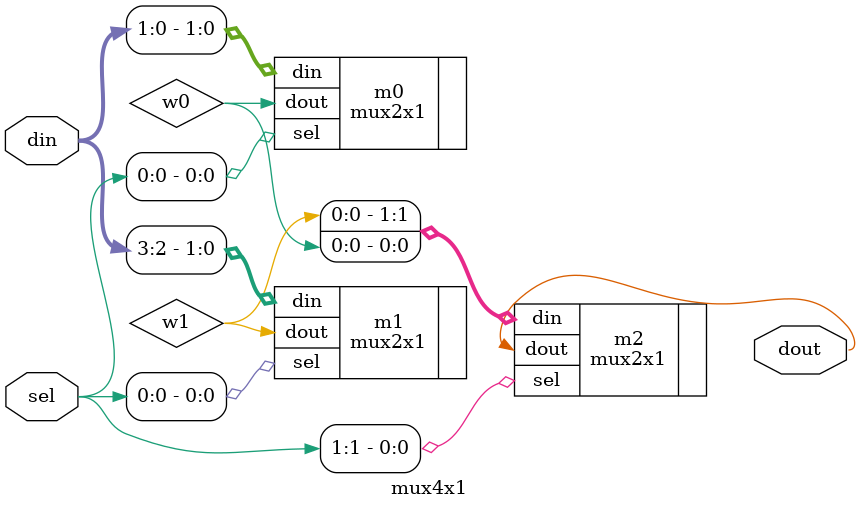
<source format=v>
`include "mux2x1.v"

module mux4x1(output dout, input [1:0] sel, input [3:0] din);

    wire w0, w1;
    mux2x1 m0(.dout(w0), .sel(sel[0]), .din(din[1:0])),
           m1(.dout(w1), .sel(sel[0]), .din(din[3:2])),
           m2(.dout(dout), .sel(sel[1]), .din({w1, w0}));
           
endmodule
</source>
